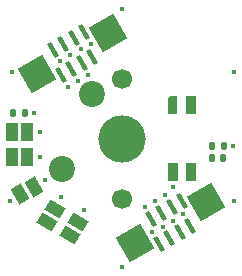
<source format=gbr>
%TF.GenerationSoftware,KiCad,Pcbnew,(6.0.6)*%
%TF.CreationDate,2022-07-10T21:40:21+02:00*%
%TF.ProjectId,GCode_Buttons_Cherry_MX,47436f64-655f-4427-9574-746f6e735f43,rev?*%
%TF.SameCoordinates,Original*%
%TF.FileFunction,Soldermask,Top*%
%TF.FilePolarity,Negative*%
%FSLAX46Y46*%
G04 Gerber Fmt 4.6, Leading zero omitted, Abs format (unit mm)*
G04 Created by KiCad (PCBNEW (6.0.6)) date 2022-07-10 21:40:21*
%MOMM*%
%LPD*%
G01*
G04 APERTURE LIST*
G04 Aperture macros list*
%AMRoundRect*
0 Rectangle with rounded corners*
0 $1 Rounding radius*
0 $2 $3 $4 $5 $6 $7 $8 $9 X,Y pos of 4 corners*
0 Add a 4 corners polygon primitive as box body*
4,1,4,$2,$3,$4,$5,$6,$7,$8,$9,$2,$3,0*
0 Add four circle primitives for the rounded corners*
1,1,$1+$1,$2,$3*
1,1,$1+$1,$4,$5*
1,1,$1+$1,$6,$7*
1,1,$1+$1,$8,$9*
0 Add four rect primitives between the rounded corners*
20,1,$1+$1,$2,$3,$4,$5,0*
20,1,$1+$1,$4,$5,$6,$7,0*
20,1,$1+$1,$6,$7,$8,$9,0*
20,1,$1+$1,$8,$9,$2,$3,0*%
%AMRotRect*
0 Rectangle, with rotation*
0 The origin of the aperture is its center*
0 $1 length*
0 $2 width*
0 $3 Rotation angle, in degrees counterclockwise*
0 Add horizontal line*
21,1,$1,$2,0,0,$3*%
%AMFreePoly0*
4,1,15,-0.149998,0.780000,0.350000,0.780000,0.353536,0.778536,0.355000,0.775000,0.355000,-0.795000,0.353536,-0.798536,0.350000,-0.800000,-0.450000,-0.800000,-0.453536,-0.798536,-0.455000,-0.795000,-0.455001,0.475000,-0.453536,0.478536,-0.153536,0.778536,-0.150000,0.780001,-0.149998,0.780000,-0.149998,0.780000,$1*%
G04 Aperture macros list end*
%ADD10RoundRect,0.082000X0.328000X0.718000X-0.328000X0.718000X-0.328000X-0.718000X0.328000X-0.718000X0*%
%ADD11FreePoly0,0.000000*%
%ADD12RoundRect,0.082000X-0.328000X-0.718000X0.328000X-0.718000X0.328000X0.718000X-0.328000X0.718000X0*%
%ADD13RotRect,1.000000X1.500000X60.000000*%
%ADD14RoundRect,0.135000X0.135000X0.185000X-0.135000X0.185000X-0.135000X-0.185000X0.135000X-0.185000X0*%
%ADD15R,1.000000X1.500000*%
%ADD16RoundRect,0.140000X-0.140000X-0.170000X0.140000X-0.170000X0.140000X0.170000X-0.140000X0.170000X0*%
%ADD17RotRect,1.000000X1.500000X30.000000*%
%ADD18RotRect,0.400000X1.350000X30.000000*%
%ADD19RotRect,2.400000X2.400000X210.000000*%
%ADD20C,1.700000*%
%ADD21C,4.000000*%
%ADD22C,2.200000*%
%ADD23C,0.450000*%
G04 APERTURE END LIST*
D10*
%TO.C,D1*%
X105850000Y-102850000D03*
X104350000Y-102850000D03*
D11*
X104350000Y-97150000D03*
D12*
X105850000Y-97150000D03*
%TD*%
D13*
%TO.C,JP5*%
X95575000Y-108162917D03*
X96225000Y-107037083D03*
%TD*%
D14*
%TO.C,R1*%
X91810000Y-97800000D03*
X90790000Y-97800000D03*
%TD*%
D15*
%TO.C,JP2*%
X90650000Y-101550000D03*
X91950000Y-101550000D03*
%TD*%
%TO.C,JP1*%
X90650000Y-99400000D03*
X91950000Y-99400000D03*
%TD*%
D14*
%TO.C,R2*%
X108610000Y-100600000D03*
X107590000Y-100600000D03*
%TD*%
D16*
%TO.C,C1*%
X107620000Y-101650000D03*
X108580000Y-101650000D03*
%TD*%
D17*
%TO.C,JP3*%
X91387083Y-104725000D03*
X92512917Y-104075000D03*
%TD*%
D18*
%TO.C,J1*%
X94834456Y-94627628D03*
X94167468Y-92472372D03*
X95700481Y-94127628D03*
X95033494Y-91972372D03*
X96566506Y-93627628D03*
X95899519Y-91472372D03*
X97432532Y-93127628D03*
X96765544Y-90972372D03*
D19*
X98831089Y-91050000D03*
X92768911Y-94550000D03*
%TD*%
D18*
%TO.C,J2*%
X103134456Y-108927628D03*
X102467468Y-106772372D03*
X104000481Y-108427628D03*
X103333494Y-106272372D03*
X104866506Y-107927628D03*
X104199519Y-105772372D03*
X105732532Y-107427628D03*
X105065544Y-105272372D03*
D19*
X101068911Y-108850000D03*
X107131089Y-105350000D03*
%TD*%
D13*
%TO.C,JP4*%
X93675000Y-107062917D03*
X94325000Y-105937083D03*
%TD*%
D20*
%TO.C,SW1*%
X100000000Y-94920000D03*
X100000000Y-105080000D03*
D21*
X100000000Y-100000000D03*
D22*
X94920000Y-102540000D03*
X97460000Y-96190000D03*
%TD*%
D23*
X103650000Y-104800000D03*
X92550000Y-97800000D03*
X96500000Y-92450000D03*
X109350000Y-100600000D03*
X90650000Y-94350000D03*
X109450000Y-94350000D03*
X100000000Y-110850000D03*
X109450000Y-105300000D03*
X97400000Y-91950000D03*
X100000000Y-89000000D03*
X90500000Y-105300000D03*
X95600000Y-92950000D03*
X102750000Y-105300000D03*
X94850000Y-104950000D03*
X102550000Y-107950000D03*
X93050000Y-99400000D03*
X95400000Y-95600000D03*
X93050000Y-101550000D03*
X94750000Y-93450000D03*
X101900000Y-105800000D03*
X93450000Y-103500000D03*
X103450000Y-107450000D03*
X96250000Y-95100000D03*
X104300000Y-106950000D03*
X96800000Y-106050000D03*
X97150000Y-94600000D03*
X105150000Y-106400000D03*
X104350000Y-104100000D03*
M02*

</source>
